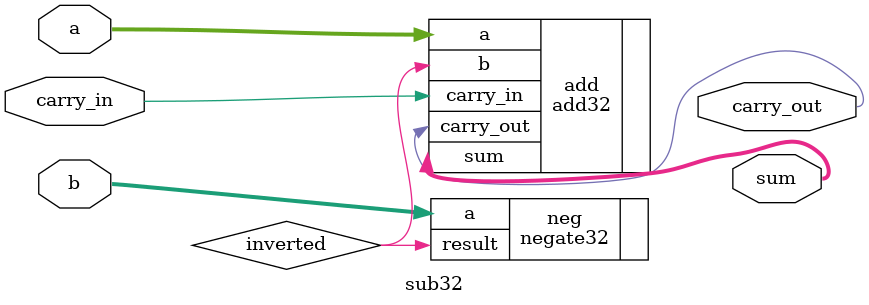
<source format=v>
module sub32(a, b, carry_in, sum, carry_out);
    input wire signed [31:0] a,b;
	input wire carry_in;
	output wire signed [31:0] sum;
	output wire carry_out;
	wire inverted;

    negate32 neg(.a(b), .result(inverted));
    add32 add(.a(a), .b(inverted), .carry_in(carry_in), .sum(sum), .carry_out(carry_out));
	
endmodule
</source>
